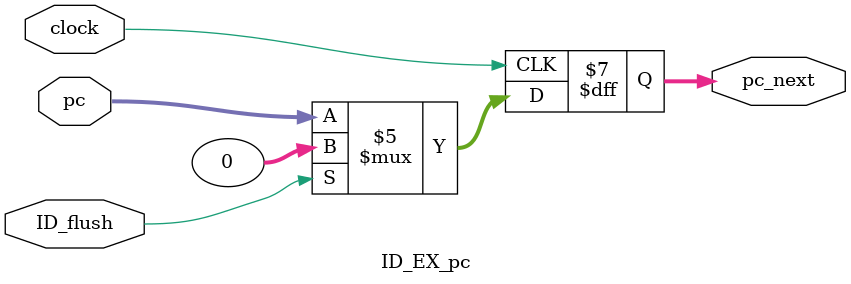
<source format=v>
`timescale 1ns / 1ps

module ID_EX(
    input clock, 
    input ID_flush,
    input [63:0] ReadDataIn1, 
    input [63:0] ReadDataIn2,
    input [31:0] instru,
    output reg [63:0] ReadDataOut1,
    output reg [63:0] ReadDataOut2,
    output reg [4:0] Rs1,
    output reg [4:0] Rs2,
    output reg [4:0] Rd
);

initial
begin
    ReadDataOut1 = 0;
    ReadDataOut2 = 0;
    Rs1 = 0;
    Rs2 = 0;
    Rd = 0;
end

always @(posedge clock)
begin
    if (ID_flush == 1) begin
        ReadDataOut1 = 0;
        ReadDataOut2 = 0;
        Rs1 = 0;
        Rs2 = 0;
        Rd = 0;
    end else begin
        ReadDataOut1 = ReadDataIn1;
        ReadDataOut2 = ReadDataIn2;
        Rs1 = instru[19:15];
        Rs2 = instru[24:20];
        Rd = instru[11:7];
    end

    $display("ID_flush = 0x%H", ID_flush);
    // $display("ReadDataOut1 = 0x%H", ReadDataOut1);
    // $display("ReadDataOut2 = 0x%H", ReadDataOut2);
    // $display("Rs1 = 0x%H", Rs1);
    // $display("Rs2 = 0x%H", Rs2);
    // $display("Rd = 0x%H", Rd);
end

endmodule

module ID_EX_control(
    input clock,
    input ID_flush,
    input i_Branch,
    input i_MemRead,
    input i_MemtoReg,
    input i_MemWrite,
    input i_ALUSrc,
    input i_RegWrite,
    input i_Jump,
    input [3:0] i_ALUcontrol,
    output reg o_Branch,
    output reg o_MemRead,
    output reg o_MemtoReg,
    output reg o_MemWrite,
    output reg o_ALUSrc,
    output reg o_RegWrite,
    output reg o_Jump,
    output reg [3:0] o_ALUcontrol
);

    initial
    begin
        o_Branch = 0;
        o_MemRead = 0;
        o_MemtoReg = 0;
        o_MemWrite = 0;
        o_ALUSrc = 0;
        o_RegWrite = 0;
        o_Jump = 0;
        o_ALUcontrol = 0;
    end

    always @(posedge clock)
    begin
        if (ID_flush == 0) begin
            o_Branch = i_Branch;
            o_MemRead = i_MemRead;
            o_MemtoReg = i_MemtoReg;
            o_MemWrite = i_MemWrite;
            o_ALUSrc = i_ALUSrc;
            o_RegWrite = i_RegWrite;
            o_Jump = i_Jump;
            o_ALUcontrol = i_ALUcontrol;
        end else begin
            o_Branch = 0;
            o_MemRead = 0;
            o_MemtoReg = 0;
            o_MemWrite = 0;
            o_ALUSrc = 0;
            o_RegWrite = 0;
            o_Jump = 0;
            o_ALUcontrol = 0;
        end
    end

endmodule


module ID_EX_imme(
    input clock,
    input ID_flush,
    input [63:0] immediate,
    output reg [63:0] immediate_out
);

    initial
    begin
        immediate_out = 0;
    end

    always @(posedge clock)
    begin
        if (ID_flush == 0) begin
            immediate_out = immediate;
        end else begin
            immediate_out = 0;
        end

        // $display("ID_flush: 0x%H", ID_flush);
        // $display("immediate: 0x%H", immediate);
        // $display("immediate_out: 0x%H", immediate_out);
    end

endmodule


module ID_EX_pc(
    input clock,
    input ID_flush,
    input [31:0] pc,
    output reg [31:0] pc_next
);

initial
begin
    pc_next = 0;
end

always @(posedge clock)
begin
    if (ID_flush == 0) begin
        pc_next = pc;
    end else begin
        pc_next = 0;
    end
end

endmodule


</source>
